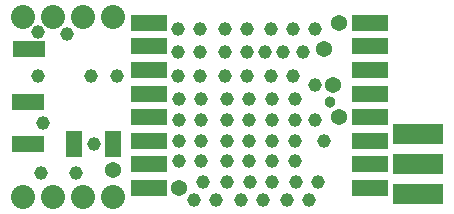
<source format=gts>
G04 EasyPC Gerber Version 20.0.2 Build 4112 *
G04 #@! TF.Part,Single*
G04 #@! TF.FileFunction,Soldermask,Top *
%FSLAX24Y24*%
%MOIN*%
G04 #@! TA.AperFunction,SMDPad*
%ADD112R,0.05600X0.08600*%
G04 #@! TA.AperFunction,ViaPad*
%ADD76C,0.03789*%
%ADD117C,0.04562*%
%ADD118C,0.05400*%
%ADD119C,0.06427*%
G04 #@! TA.AperFunction,ComponentPad*
%ADD113C,0.08000*%
G04 #@! TA.AperFunction,SMDPad*
%ADD115R,0.12411X0.05324*%
%ADD114R,0.10600X0.05600*%
%ADD116R,0.16600X0.06600*%
X0Y0D02*
D02*
D76*
X11350Y4312D03*
D02*
D112*
X2826Y2934D03*
X4126D03*
D02*
D113*
X1113Y1163D03*
Y7167D03*
X2113Y1163D03*
Y7167D03*
X3113Y1163D03*
Y7167D03*
X4113Y1163D03*
Y7167D03*
D02*
D114*
X1297Y2934D03*
Y4312D03*
X1310Y6084D03*
D02*
D115*
X5306Y1458D03*
Y2245D03*
Y3033D03*
Y3820D03*
Y4608D03*
Y5395D03*
Y6182D03*
Y6970D03*
X12669Y1458D03*
Y2245D03*
Y3033D03*
Y3820D03*
Y4608D03*
Y5395D03*
Y6182D03*
Y6970D03*
D02*
D116*
X14302Y1261D03*
Y2261D03*
Y3261D03*
D02*
D117*
X1606Y5198D03*
Y6674D03*
X1704Y1950D03*
X1802Y3623D03*
X2590Y6576D03*
X2885Y1950D03*
X3377Y5198D03*
X3476Y2934D03*
X4263Y5198D03*
X6281D03*
Y5986D03*
Y6773D03*
X6330Y2344D03*
Y3033D03*
Y3722D03*
Y4411D03*
X6822Y1064D03*
X7019Y5198D03*
Y5986D03*
Y6773D03*
X7068Y2344D03*
Y3033D03*
Y3722D03*
Y4411D03*
X7117Y1655D03*
X7560Y1064D03*
X7856Y5198D03*
Y5986D03*
Y6773D03*
X7905Y1655D03*
Y2344D03*
Y3033D03*
Y3722D03*
Y4411D03*
X8397Y1064D03*
X8594Y5198D03*
Y5986D03*
Y6773D03*
X8643Y2344D03*
Y3033D03*
Y3722D03*
Y4411D03*
X8692Y1655D03*
X9135Y1064D03*
X9184Y5986D03*
X9381Y5198D03*
Y6773D03*
X9430Y1655D03*
Y2344D03*
Y3033D03*
Y3722D03*
Y4411D03*
X9775Y5986D03*
X9923Y1064D03*
X10119Y5198D03*
Y6773D03*
X10169Y2344D03*
Y3033D03*
Y3722D03*
Y4411D03*
X10218Y1655D03*
X10464Y5986D03*
X10661Y1064D03*
X10858Y3722D03*
Y4903D03*
Y6773D03*
X10956Y1655D03*
X11153Y3033D03*
D02*
D118*
X4126Y2049D03*
X6330Y1458D03*
X11153Y6084D03*
X11448Y4903D03*
X11645Y3820D03*
Y6970D03*
D02*
D119*
X14302Y2245D03*
X0Y0D02*
M02*

</source>
